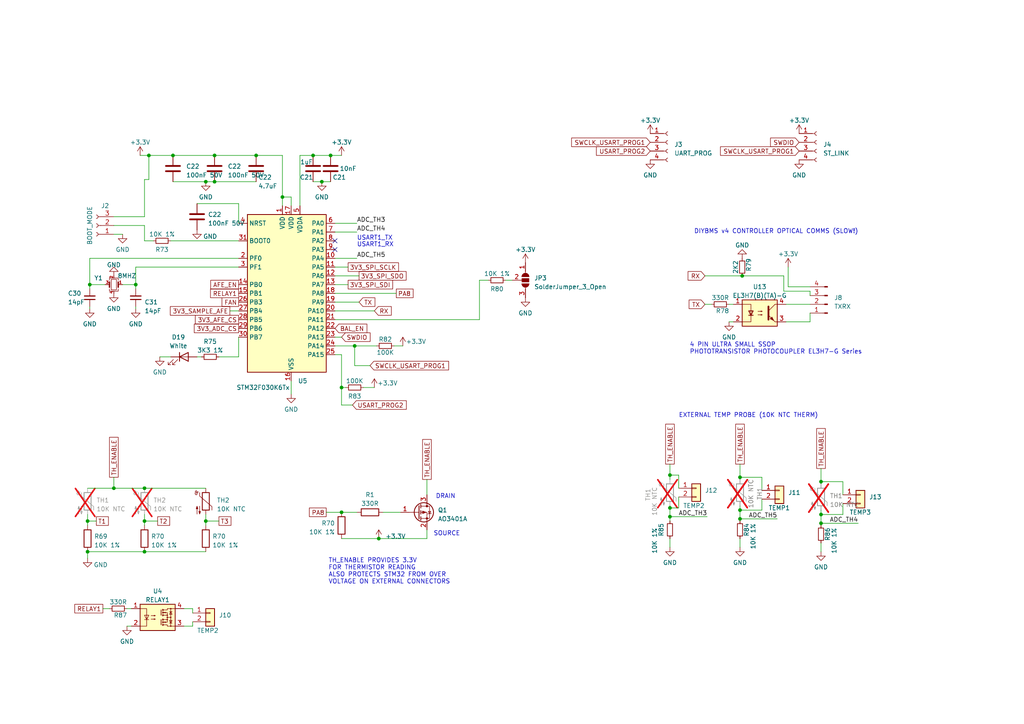
<source format=kicad_sch>
(kicad_sch (version 20230121) (generator eeschema)
  (paper "A4")
  (lib_symbols
    (symbol "Connector:Conn_01x03_Socket" (pin_names (offset 1.016) hide)
      (property "Reference" "J" (at 0 5.08 0))
      (property "Value" "Conn_01x03_Socket" (at 0 -5.08 0))
      (symbol "Conn_01x03_Socket_1_1"
        (pin passive line (at -5.08 2.54 0) (length 3.81) (name "Pin_1") (number "1"))
        (pin passive line (at -5.08 0 0) (length 3.81) (name "Pin_2") (number "2"))
        (pin passive line (at -5.08 -2.54 0) (length 3.81) (name "Pin_3") (number "3"))
      )
    )
    (symbol "Connector:Conn_01x04_Pin" (pin_names (offset 1.016) hide)
      (property "Reference" "J" (at 0 5.08 0))
      (property "Value" "Conn_01x04_Pin" (at 0 -7.62 0))
      (symbol "Conn_01x04_Pin_1_1"
        (pin passive line (at 5.08 2.54 180) (length 3.81) (name "Pin_1") (number "1"))
        (pin passive line (at 5.08 0 180) (length 3.81) (name "Pin_2") (number "2"))
        (pin passive line (at 5.08 -2.54 180) (length 3.81) (name "Pin_3") (number "3"))
        (pin passive line (at 5.08 -5.08 180) (length 3.81) (name "Pin_4") (number "4"))
      )
    )
    (symbol "Connector:Conn_01x04_Socket" (pin_names (offset 1.016) hide)
      (property "Reference" "J" (at 0 5.08 0))
      (property "Value" "Conn_01x04_Socket" (at 0 -7.62 0))
      (symbol "Conn_01x04_Socket_1_1"
        (pin passive line (at -5.08 2.54 0) (length 3.81) (name "Pin_1") (number "1"))
        (pin passive line (at -5.08 0 0) (length 3.81) (name "Pin_2") (number "2"))
        (pin passive line (at -5.08 -2.54 0) (length 3.81) (name "Pin_3") (number "3"))
        (pin passive line (at -5.08 -5.08 0) (length 3.81) (name "Pin_4") (number "4"))
      )
    )
    (symbol "Connector_Generic:Conn_01x02" (pin_names (offset 1.016) hide)
      (property "Reference" "J" (at 0 2.54 0))
      (property "Value" "Conn_01x02" (at 0 -5.08 0))
      (symbol "Conn_01x02_1_1"
        (pin passive line (at -5.08 0 0) (length 3.81) (name "Pin_1") (number "1"))
        (pin passive line (at -5.08 -2.54 0) (length 3.81) (name "Pin_2") (number "2"))
      )
    )
    (symbol "Device:C" (pin_numbers hide) (pin_names (offset 0.254))
      (property "Reference" "C" (at 0.635 2.54 0))
      (property "Value" "C" (at 0.635 -2.54 0))
      (symbol "C_1_1"
        (pin passive line (at 0 3.81 270) (length 2.794) (name "~") (number "1"))
        (pin passive line (at 0 -3.81 90) (length 2.794) (name "~") (number "2"))
      )
    )
    (symbol "Device:C_Small" (pin_numbers hide) (pin_names (offset 0.254) hide)
      (property "Reference" "C" (at 0.254 1.778 0))
      (property "Value" "C_Small" (at 0.254 -2.032 0))
      (symbol "C_Small_1_1"
        (pin passive line (at 0 2.54 270) (length 2.032) (name "~") (number "1"))
        (pin passive line (at 0 -2.54 90) (length 2.032) (name "~") (number "2"))
      )
    )
    (symbol "Device:Crystal_GND24_Small" (pin_names (offset 1.016) hide)
      (property "Reference" "Y" (at 1.27 4.445 0))
      (property "Value" "Crystal_GND24_Small" (at 1.27 2.54 0))
      (symbol "Crystal_GND24_Small_1_1"
        (pin passive line (at -2.54 0 0) (length 1.27) (name "1") (number "1"))
        (pin passive line (at 0 -2.54 90) (length 0.635) (name "2") (number "2"))
        (pin passive line (at 2.54 0 180) (length 1.27) (name "3") (number "3"))
        (pin passive line (at 0 2.54 270) (length 0.635) (name "4") (number "4"))
      )
    )
    (symbol "Device:LED" (pin_numbers hide) (pin_names (offset 1.016) hide)
      (property "Reference" "D" (at 0 2.54 0))
      (property "Value" "LED" (at 0 -2.54 0))
      (symbol "LED_1_1"
        (pin passive line (at -3.81 0 0) (length 2.54) (name "K") (number "1"))
        (pin passive line (at 3.81 0 180) (length 2.54) (name "A") (number "2"))
      )
    )
    (symbol "Device:R" (pin_numbers hide) (pin_names (offset 0))
      (property "Reference" "R" (at 2.032 0 90))
      (property "Value" "R" (at 0 0 90))
      (symbol "R_1_1"
        (pin passive line (at 0 3.81 270) (length 1.27) (name "~") (number "1"))
        (pin passive line (at 0 -3.81 90) (length 1.27) (name "~") (number "2"))
      )
    )
    (symbol "Device:R_Small" (pin_numbers hide) (pin_names (offset 0.254) hide)
      (property "Reference" "R" (at 0.762 0.508 0))
      (property "Value" "R_Small" (at 0.762 -1.016 0))
      (symbol "R_Small_1_1"
        (pin passive line (at 0 2.54 270) (length 0.762) (name "~") (number "1"))
        (pin passive line (at 0 -2.54 90) (length 0.762) (name "~") (number "2"))
      )
    )
    (symbol "Device:Thermistor_NTC" (pin_numbers hide) (pin_names (offset 0))
      (property "Reference" "TH" (at -4.445 0 90))
      (property "Value" "Thermistor_NTC" (at 3.175 0 90))
      (symbol "Thermistor_NTC_1_1"
        (pin passive line (at 0 3.81 270) (length 1.27) (name "~") (number "1"))
        (pin passive line (at 0 -3.81 90) (length 1.27) (name "~") (number "2"))
      )
    )
    (symbol "Isolator:PC817" (pin_names (offset 1.016))
      (property "Reference" "U" (at -5.08 5.08 0))
      (property "Value" "PC817" (at 0 5.08 0))
      (symbol "PC817_1_1"
        (pin passive line (at -7.62 2.54 0) (length 2.54) (name "~") (number "1"))
        (pin passive line (at -7.62 -2.54 0) (length 2.54) (name "~") (number "2"))
        (pin passive line (at 7.62 -2.54 180) (length 2.54) (name "~") (number "3"))
        (pin passive line (at 7.62 2.54 180) (length 2.54) (name "~") (number "4"))
      )
    )
    (symbol "Jumper:SolderJumper_3_Open" (pin_names (offset 0) hide)
      (property "Reference" "JP" (at -2.54 -2.54 0))
      (property "Value" "SolderJumper_3_Open" (at 0 2.794 0))
      (symbol "SolderJumper_3_Open_1_1"
        (pin passive line (at -5.08 0 0) (length 2.54) (name "A") (number "1"))
        (pin passive line (at 0 -3.81 90) (length 2.54) (name "C") (number "2"))
        (pin passive line (at 5.08 0 180) (length 2.54) (name "B") (number "3"))
      )
    )
    (symbol "MCU_ST_STM32F0:STM32F030K6Tx"
      (property "Reference" "U" (at -10.16 24.13 0))
      (property "Value" "STM32F030K6Tx" (at 7.62 24.13 0))
      (symbol "STM32F030K6Tx_1_1"
        (pin power_in line (at 0 25.4 270) (length 2.54) (name "VDD") (number "1"))
        (pin bidirectional line (at 15.24 10.16 180) (length 2.54) (name "PA4") (number "10"))
        (pin bidirectional line (at 15.24 7.62 180) (length 2.54) (name "PA5") (number "11"))
        (pin bidirectional line (at 15.24 5.08 180) (length 2.54) (name "PA6") (number "12"))
        (pin bidirectional line (at 15.24 2.54 180) (length 2.54) (name "PA7") (number "13"))
        (pin bidirectional line (at -12.7 2.54 0) (length 2.54) (name "PB0") (number "14"))
        (pin bidirectional line (at -12.7 0 0) (length 2.54) (name "PB1") (number "15"))
        (pin power_in line (at 2.54 -25.4 90) (length 2.54) (name "VSS") (number "16"))
        (pin power_in line (at 2.54 25.4 270) (length 2.54) (name "VDD") (number "17"))
        (pin bidirectional line (at 15.24 0 180) (length 2.54) (name "PA8") (number "18"))
        (pin bidirectional line (at 15.24 -2.54 180) (length 2.54) (name "PA9") (number "19"))
        (pin bidirectional line (at -12.7 10.16 0) (length 2.54) (name "PF0") (number "2"))
        (pin bidirectional line (at 15.24 -5.08 180) (length 2.54) (name "PA10") (number "20"))
        (pin bidirectional line (at 15.24 -7.62 180) (length 2.54) (name "PA11") (number "21"))
        (pin bidirectional line (at 15.24 -10.16 180) (length 2.54) (name "PA12") (number "22"))
        (pin bidirectional line (at 15.24 -12.7 180) (length 2.54) (name "PA13") (number "23"))
        (pin bidirectional line (at 15.24 -15.24 180) (length 2.54) (name "PA14") (number "24"))
        (pin bidirectional line (at 15.24 -17.78 180) (length 2.54) (name "PA15") (number "25"))
        (pin bidirectional line (at -12.7 -2.54 0) (length 2.54) (name "PB3") (number "26"))
        (pin bidirectional line (at -12.7 -5.08 0) (length 2.54) (name "PB4") (number "27"))
        (pin bidirectional line (at -12.7 -7.62 0) (length 2.54) (name "PB5") (number "28"))
        (pin bidirectional line (at -12.7 -10.16 0) (length 2.54) (name "PB6") (number "29"))
        (pin bidirectional line (at -12.7 7.62 0) (length 2.54) (name "PF1") (number "3"))
        (pin bidirectional line (at -12.7 -12.7 0) (length 2.54) (name "PB7") (number "30"))
        (pin input line (at -12.7 15.24 0) (length 2.54) (name "BOOT0") (number "31"))
        (pin passive line (at 2.54 -25.4 90) (length 2.54) hide (name "VSS") (number "32"))
        (pin input line (at -12.7 20.32 0) (length 2.54) (name "NRST") (number "4"))
        (pin power_in line (at 5.08 25.4 270) (length 2.54) (name "VDDA") (number "5"))
        (pin bidirectional line (at 15.24 20.32 180) (length 2.54) (name "PA0") (number "6"))
        (pin bidirectional line (at 15.24 17.78 180) (length 2.54) (name "PA1") (number "7"))
        (pin bidirectional line (at 15.24 15.24 180) (length 2.54) (name "PA2") (number "8"))
        (pin bidirectional line (at 15.24 12.7 180) (length 2.54) (name "PA3") (number "9"))
      )
    )
    (symbol "Relay_SolidState:ASSR-1218"
      (property "Reference" "U" (at -5.08 5.08 0))
      (property "Value" "ASSR-1218" (at 0 5.08 0))
      (symbol "ASSR-1218_1_1"
        (pin passive line (at -7.62 2.54 0) (length 2.54) (name "~") (number "1"))
        (pin passive line (at -7.62 -2.54 0) (length 2.54) (name "~") (number "2"))
        (pin passive line (at 7.62 -2.54 180) (length 2.54) (name "~") (number "3"))
        (pin passive line (at 7.62 2.54 180) (length 2.54) (name "~") (number "4"))
      )
    )
    (symbol "Transistor_FET:AO3401A" (pin_names hide)
      (property "Reference" "Q" (at 5.08 1.905 0))
      (property "Value" "AO3401A" (at 5.08 0 0))
      (symbol "AO3401A_1_1"
        (pin input line (at -5.08 0 0) (length 2.54) (name "G") (number "1"))
        (pin passive line (at 2.54 -5.08 90) (length 2.54) (name "S") (number "2"))
        (pin passive line (at 2.54 5.08 270) (length 2.54) (name "D") (number "3"))
      )
    )
    (symbol "power:+3.3V" (power) (pin_names (offset 0))
      (property "Value" "+3.3V" (at 0 3.556 0))
      (symbol "+3.3V_1_1"
        (pin power_in line (at 0 0 90) (length 0) hide (name "+3.3V") (number "1"))
      )
    )
    (symbol "power:GND" (power) (pin_names (offset 0))
      (property "Value" "GND" (at 0 -3.81 0))
      (symbol "GND_1_1"
        (pin power_in line (at 0 0 270) (length 0) hide (name "GND") (number "1"))
      )
    )
  )
  (junction (at 41.91 141.605))
  (junction (at 25.4 151.13))
  (junction (at 214.63 138.43))
  (junction (at 43.18 45.085))
  (junction (at 39.37 82.55))
  (junction (at 238.125 149.225))
  (junction (at 25.4 160.02))
  (junction (at 26.035 82.55))
  (junction (at 214.63 147.955))
  (junction (at 33.02 141.605))
  (junction (at 74.295 45.085))
  (junction (at 62.23 45.085))
  (junction (at 95.885 45.085))
  (junction (at 99.06 148.59))
  (junction (at 41.91 151.13))
  (junction (at 99.06 112.395))
  (junction (at 194.31 149.86))
  (junction (at 41.91 160.02))
  (junction (at 214.63 150.495))
  (junction (at 109.855 156.21))
  (junction (at 93.345 52.705))
  (junction (at 194.31 137.795))
  (junction (at 90.805 45.085))
  (junction (at 62.23 52.705))
  (junction (at 194.31 147.32))
  (junction (at 50.165 45.085))
  (junction (at 215.265 80.01))
  (junction (at 238.125 151.765))
  (junction (at 81.915 57.15))
  (junction (at 238.125 139.7))
  (junction (at 59.69 151.13))
  (junction (at 59.69 52.705))
  (junction (at 102.87 100.33))
  (no_connect (at 97.155 72.39))
  (no_connect (at 97.155 69.85))
  (wire (pts (xy 93.345 52.705) (xy 95.885 52.705)))
  (wire (pts (xy 220.98 138.43) (xy 214.63 138.43)))
  (wire (pts (xy 146.685 81.28) (xy 148.59 81.28)))
  (wire (pts (xy 244.475 149.225) (xy 238.125 149.225)))
  (wire (pts (xy 41.91 69.85) (xy 44.45 69.85)))
  (wire (pts (xy 103.505 74.93) (xy 97.155 74.93)))
  (wire (pts (xy 238.125 149.225) (xy 238.125 151.765)))
  (wire (pts (xy 227.33 80.01) (xy 227.33 84.455)))
  (wire (pts (xy 36.83 176.53) (xy 38.1 176.53)))
  (wire (pts (xy 90.805 52.705) (xy 93.345 52.705)))
  (wire (pts (xy 25.4 141.605) (xy 33.02 141.605)))
  (wire (pts (xy 49.53 69.85) (xy 69.215 69.85)))
  (wire (pts (xy 41.91 151.13) (xy 45.72 151.13)))
  (wire (pts (xy 41.91 160.02) (xy 59.69 160.02)))
  (wire (pts (xy 84.455 57.15) (xy 81.915 57.15)))
  (wire (pts (xy 41.91 65.405) (xy 33.02 65.405)))
  (wire (pts (xy 103.505 67.31) (xy 97.155 67.31)))
  (wire (pts (xy 39.37 82.55) (xy 39.37 83.82)))
  (wire (pts (xy 26.035 82.55) (xy 30.48 82.55)))
  (wire (pts (xy 59.69 149.225) (xy 59.69 151.13)))
  (wire (pts (xy 46.355 103.505) (xy 49.53 103.505)))
  (wire (pts (xy 123.825 153.67) (xy 123.825 156.21)))
  (wire (pts (xy 205.105 149.86) (xy 194.31 149.86)))
  (wire (pts (xy 234.95 93.345) (xy 227.965 93.345)))
  (wire (pts (xy 62.23 52.705) (xy 74.295 52.705)))
  (wire (pts (xy 238.125 151.765) (xy 248.92 151.765)))
  (wire (pts (xy 39.37 77.47) (xy 39.37 82.55)))
  (wire (pts (xy 214.63 146.685) (xy 214.63 147.955)))
  (wire (pts (xy 97.155 87.63) (xy 104.14 87.63)))
  (wire (pts (xy 86.995 45.085) (xy 86.995 59.69)))
  (wire (pts (xy 238.125 135.89) (xy 238.125 139.7)))
  (wire (pts (xy 62.23 45.085) (xy 74.295 45.085)))
  (wire (pts (xy 194.31 147.32) (xy 194.31 149.86)))
  (wire (pts (xy 220.98 144.78) (xy 220.98 147.955)))
  (wire (pts (xy 139.065 92.71) (xy 139.065 81.28)))
  (wire (pts (xy 53.34 181.61) (xy 55.88 181.61)))
  (wire (pts (xy 194.31 149.86) (xy 194.31 151.13)))
  (wire (pts (xy 108.585 90.17) (xy 97.155 90.17)))
  (wire (pts (xy 99.06 102.87) (xy 97.155 102.87)))
  (wire (pts (xy 99.06 102.87) (xy 99.06 112.395)))
  (wire (pts (xy 238.125 151.765) (xy 238.125 152.4)))
  (wire (pts (xy 55.88 181.61) (xy 55.88 180.34)))
  (wire (pts (xy 100.33 112.395) (xy 99.06 112.395)))
  (wire (pts (xy 194.31 146.685) (xy 194.31 147.32)))
  (wire (pts (xy 50.165 45.085) (xy 62.23 45.085)))
  (wire (pts (xy 99.06 97.79) (xy 97.155 97.79)))
  (wire (pts (xy 111.125 148.59) (xy 116.205 148.59)))
  (wire (pts (xy 196.85 144.145) (xy 196.85 147.32)))
  (wire (pts (xy 97.155 92.71) (xy 139.065 92.71)))
  (wire (pts (xy 33.02 138.43) (xy 33.02 141.605)))
  (wire (pts (xy 59.69 151.13) (xy 59.69 152.4)))
  (wire (pts (xy 81.915 57.15) (xy 81.915 59.69)))
  (wire (pts (xy 220.98 147.955) (xy 214.63 147.955)))
  (wire (pts (xy 69.215 103.505) (xy 69.215 97.79)))
  (wire (pts (xy 25.4 160.02) (xy 41.91 160.02)))
  (wire (pts (xy 204.47 88.265) (xy 206.375 88.265)))
  (wire (pts (xy 238.125 140.335) (xy 238.125 139.7)))
  (wire (pts (xy 99.06 117.475) (xy 99.06 112.395)))
  (wire (pts (xy 84.455 110.49) (xy 84.455 114.3)))
  (wire (pts (xy 59.69 151.13) (xy 63.5 151.13)))
  (wire (pts (xy 204.47 80.01) (xy 215.265 80.01)))
  (wire (pts (xy 194.31 139.065) (xy 194.31 137.795)))
  (wire (pts (xy 228.6 83.185) (xy 228.6 77.47)))
  (wire (pts (xy 26.035 74.93) (xy 26.035 82.55)))
  (wire (pts (xy 41.91 69.85) (xy 41.91 65.405)))
  (wire (pts (xy 55.88 176.53) (xy 55.88 177.8)))
  (wire (pts (xy 81.915 45.085) (xy 81.915 57.15)))
  (wire (pts (xy 39.37 88.9) (xy 39.37 89.535)))
  (wire (pts (xy 102.87 106.045) (xy 102.87 100.33)))
  (wire (pts (xy 194.31 137.795) (xy 196.85 137.795)))
  (wire (pts (xy 36.83 181.61) (xy 38.1 181.61)))
  (wire (pts (xy 227.33 80.01) (xy 215.265 80.01)))
  (wire (pts (xy 220.98 142.24) (xy 220.98 138.43)))
  (wire (pts (xy 57.15 59.055) (xy 69.215 59.055)))
  (wire (pts (xy 234.95 84.455) (xy 234.95 85.725)))
  (wire (pts (xy 211.455 93.345) (xy 212.725 93.345)))
  (wire (pts (xy 214.63 150.495) (xy 225.425 150.495)))
  (wire (pts (xy 244.475 139.7) (xy 238.125 139.7)))
  (wire (pts (xy 25.4 160.02) (xy 25.4 161.925)))
  (wire (pts (xy 95.885 45.085) (xy 99.06 45.085)))
  (wire (pts (xy 69.215 59.055) (xy 69.215 64.77)))
  (wire (pts (xy 244.475 143.51) (xy 244.475 139.7)))
  (wire (pts (xy 41.91 149.225) (xy 41.91 151.13)))
  (wire (pts (xy 114.3 100.33) (xy 116.84 100.33)))
  (wire (pts (xy 40.64 45.085) (xy 43.18 45.085)))
  (wire (pts (xy 33.02 67.945) (xy 35.56 67.945)))
  (wire (pts (xy 99.06 148.59) (xy 103.505 148.59)))
  (wire (pts (xy 57.15 103.505) (xy 58.42 103.505)))
  (wire (pts (xy 53.34 176.53) (xy 55.88 176.53)))
  (wire (pts (xy 41.91 52.07) (xy 43.18 52.07)))
  (wire (pts (xy 227.965 88.265) (xy 234.95 88.265)))
  (wire (pts (xy 196.85 137.795) (xy 196.85 141.605)))
  (wire (pts (xy 238.125 147.955) (xy 238.125 149.225)))
  (wire (pts (xy 26.035 83.82) (xy 26.035 82.55)))
  (wire (pts (xy 105.41 112.395) (xy 108.585 112.395)))
  (wire (pts (xy 35.56 82.55) (xy 39.37 82.55)))
  (wire (pts (xy 102.235 117.475) (xy 99.06 117.475)))
  (wire (pts (xy 123.825 139.065) (xy 123.825 143.51)))
  (wire (pts (xy 214.63 158.75) (xy 214.63 156.21)))
  (wire (pts (xy 43.18 52.07) (xy 43.18 45.085)))
  (wire (pts (xy 84.455 59.69) (xy 84.455 57.15)))
  (wire (pts (xy 102.87 100.33) (xy 97.155 100.33)))
  (wire (pts (xy 196.85 147.32) (xy 194.31 147.32)))
  (wire (pts (xy 214.63 134.62) (xy 214.63 138.43)))
  (wire (pts (xy 109.22 100.33) (xy 102.87 100.33)))
  (wire (pts (xy 211.455 88.265) (xy 212.725 88.265)))
  (wire (pts (xy 104.14 80.01) (xy 97.155 80.01)))
  (wire (pts (xy 214.63 147.955) (xy 214.63 150.495)))
  (wire (pts (xy 100.965 82.55) (xy 97.155 82.55)))
  (wire (pts (xy 94.615 148.59) (xy 99.06 148.59)))
  (wire (pts (xy 90.805 45.085) (xy 95.885 45.085)))
  (wire (pts (xy 39.37 77.47) (xy 69.215 77.47)))
  (wire (pts (xy 81.915 45.085) (xy 74.295 45.085)))
  (wire (pts (xy 100.965 77.47) (xy 97.155 77.47)))
  (wire (pts (xy 41.91 151.13) (xy 41.91 152.4)))
  (wire (pts (xy 238.125 160.02) (xy 238.125 157.48)))
  (wire (pts (xy 234.95 83.185) (xy 228.6 83.185)))
  (wire (pts (xy 33.02 141.605) (xy 41.91 141.605)))
  (wire (pts (xy 26.035 88.9) (xy 26.035 89.535)))
  (wire (pts (xy 33.02 62.865) (xy 41.91 62.865)))
  (wire (pts (xy 227.33 84.455) (xy 234.95 84.455)))
  (wire (pts (xy 59.69 52.705) (xy 62.23 52.705)))
  (wire (pts (xy 26.035 74.93) (xy 69.215 74.93)))
  (wire (pts (xy 50.165 52.705) (xy 59.69 52.705)))
  (wire (pts (xy 234.95 90.805) (xy 234.95 93.345)))
  (wire (pts (xy 107.315 106.045) (xy 102.87 106.045)))
  (wire (pts (xy 139.065 81.28) (xy 141.605 81.28)))
  (wire (pts (xy 63.5 103.505) (xy 69.215 103.505)))
  (wire (pts (xy 43.18 45.085) (xy 50.165 45.085)))
  (wire (pts (xy 194.31 137.795) (xy 194.31 134.62)))
  (wire (pts (xy 214.63 150.495) (xy 214.63 151.13)))
  (wire (pts (xy 25.4 149.225) (xy 25.4 151.13)))
  (wire (pts (xy 103.505 64.77) (xy 97.155 64.77)))
  (wire (pts (xy 41.91 62.865) (xy 41.91 52.07)))
  (wire (pts (xy 86.995 45.085) (xy 90.805 45.085)))
  (wire (pts (xy 194.31 158.75) (xy 194.31 156.21)))
  (wire (pts (xy 244.475 146.05) (xy 244.475 149.225)))
  (wire (pts (xy 25.4 151.13) (xy 27.94 151.13)))
  (wire (pts (xy 29.845 176.53) (xy 31.75 176.53)))
  (wire (pts (xy 41.91 141.605) (xy 59.69 141.605)))
  (wire (pts (xy 97.155 85.09) (xy 114.935 85.09)))
  (wire (pts (xy 99.06 156.21) (xy 109.855 156.21)))
  (wire (pts (xy 214.63 139.065) (xy 214.63 138.43)))
  (wire (pts (xy 109.855 156.21) (xy 123.825 156.21)))
  (wire (pts (xy 66.675 90.17) (xy 69.215 90.17)))
  (wire (pts (xy 25.4 151.13) (xy 25.4 152.4)))
  (text "4 PIN ULTRA SMALL SSOP\nPHOTOTRANSISTOR PHOTOCOUPLER EL3H7-G Series\n" (at 200.025 102.87 0) (effects (font (size 1.27 1.27)) (justify left bottom)))
  (text "SOURCE" (at 125.73 155.575 0) (effects (font (size 1.27 1.27)) (justify left bottom)))
  (text "USART1_RX" (at 103.505 71.755 0) (effects (font (size 1.27 1.27)) (justify left bottom)))
  (text "DIYBMS v4 CONTROLLER OPTICAL COMMS (SLOW!)" (at 201.295 67.945 0) (effects (font (size 1.27 1.27)) (justify left bottom)))
  (text "TH_ENABLE PROVIDES 3.3V\nFOR THERMISTOR READING\nALSO PROTECTS STM32 FROM OVER \nVOLTAGE ON EXTERNAL CONNECTORS" (at 95.25 169.545 0) (effects (font (size 1.27 1.27)) (justify left bottom)))
  (text "DRAIN" (at 126.365 144.78 0) (effects (font (size 1.27 1.27)) (justify left bottom)))
  (text "EXTERNAL TEMP PROBE (10K NTC THERM)" (at 196.85 121.285 0) (effects (font (size 1.27 1.27)) (justify left bottom)))
  (text "USART1_TX" (at 103.505 69.85 0) (effects (font (size 1.27 1.27)) (justify left bottom)))
  (label "ADC_TH3" (at 103.505 64.77 0) (property "Intersheetrefs" "${INTERSHEET_REFS}" (effects hide)))
  (label "ADC_TH5" (at 225.425 150.495 180) (property "Intersheetrefs" "${INTERSHEET_REFS}" (effects hide)))
  (label "ADC_TH5" (at 103.505 74.93 0) (property "Intersheetrefs" "${INTERSHEET_REFS}" (effects hide)))
  (label "ADC_TH4" (at 248.92 151.765 180) (property "Intersheetrefs" "${INTERSHEET_REFS}" (effects hide)))
  (label "ADC_TH3" (at 205.105 149.86 180) (property "Intersheetrefs" "${INTERSHEET_REFS}" (effects hide)))
  (label "ADC_TH4" (at 103.505 67.31 0) (property "Intersheetrefs" "${INTERSHEET_REFS}" (effects hide)))
  (global_label "FAN" (shape passive) (at 69.215 87.63 180) (property "Intersheetrefs" "${INTERSHEET_REFS}" (effects hide)))
  (global_label "USART_PROG2" (shape input) (at 188.595 43.815 180) (property "Intersheetrefs" "${INTERSHEET_REFS}" (effects hide)))
  (global_label "SWDIO" (shape input) (at 99.06 97.79 0) (property "Intersheetrefs" "${INTERSHEET_REFS}" (effects hide)))
  (global_label "TH_ENABLE" (shape passive) (at 238.125 135.89 90) (property "Intersheetrefs" "${INTERSHEET_REFS}" (effects hide)))
  (global_label "SWCLK_USART_PROG1" (shape input) (at 107.315 106.045 0) (property "Intersheetrefs" "${INTERSHEET_REFS}" (effects hide)))
  (global_label "PA8" (shape passive) (at 94.615 148.59 180) (property "Intersheetrefs" "${INTERSHEET_REFS}" (effects hide)))
  (global_label "BAL_EN" (shape input) (at 97.155 95.25 0) (property "Intersheetrefs" "${INTERSHEET_REFS}" (effects hide)))
  (global_label "SWCLK_USART_PROG1" (shape input) (at 231.775 43.815 180) (property "Intersheetrefs" "${INTERSHEET_REFS}" (effects hide)))
  (global_label "AFE_EN" (shape passive) (at 69.215 82.55 180) (property "Intersheetrefs" "${INTERSHEET_REFS}" (effects hide)))
  (global_label "T1" (shape passive) (at 27.94 151.13 0) (property "Intersheetrefs" "${INTERSHEET_REFS}" (effects hide)))
  (global_label "PA8" (shape passive) (at 114.935 85.09 0) (property "Intersheetrefs" "${INTERSHEET_REFS}" (effects hide)))
  (global_label "3V3_SPI_SCLK" (shape passive) (at 100.965 77.47 0) (property "Intersheetrefs" "${INTERSHEET_REFS}" (effects hide)))
  (global_label "TH_ENABLE" (shape passive) (at 194.31 134.62 90) (property "Intersheetrefs" "${INTERSHEET_REFS}" (effects hide)))
  (global_label "RELAY1" (shape passive) (at 29.845 176.53 180) (property "Intersheetrefs" "${INTERSHEET_REFS}" (effects hide)))
  (global_label "TH_ENABLE" (shape passive) (at 33.02 138.43 90) (property "Intersheetrefs" "${INTERSHEET_REFS}" (effects hide)))
  (global_label "3V3_SAMPLE_AFE" (shape passive) (at 66.675 90.17 180) (property "Intersheetrefs" "${INTERSHEET_REFS}" (effects hide)))
  (global_label "T3" (shape passive) (at 63.5 151.13 0) (property "Intersheetrefs" "${INTERSHEET_REFS}" (effects hide)))
  (global_label "RX" (shape input) (at 108.585 90.17 0) (property "Intersheetrefs" "${INTERSHEET_REFS}" (effects hide)))
  (global_label "USART_PROG2" (shape input) (at 102.235 117.475 0) (property "Intersheetrefs" "${INTERSHEET_REFS}" (effects hide)))
  (global_label "TH_ENABLE" (shape passive) (at 123.825 139.065 90) (property "Intersheetrefs" "${INTERSHEET_REFS}" (effects hide)))
  (global_label "3V3_ADC_CS" (shape passive) (at 69.215 95.25 180) (property "Intersheetrefs" "${INTERSHEET_REFS}" (effects hide)))
  (global_label "SWDIO" (shape input) (at 231.775 41.275 180) (property "Intersheetrefs" "${INTERSHEET_REFS}" (effects hide)))
  (global_label "TH_ENABLE" (shape passive) (at 214.63 134.62 90) (property "Intersheetrefs" "${INTERSHEET_REFS}" (effects hide)))
  (global_label "TX" (shape input) (at 204.47 88.265 180) (property "Intersheetrefs" "${INTERSHEET_REFS}" (effects hide)))
  (global_label "TX" (shape input) (at 104.14 87.63 0) (property "Intersheetrefs" "${INTERSHEET_REFS}" (effects hide)))
  (global_label "RELAY1" (shape passive) (at 69.215 85.09 180) (property "Intersheetrefs" "${INTERSHEET_REFS}" (effects hide)))
  (global_label "SWCLK_USART_PROG1" (shape input) (at 188.595 41.275 180) (property "Intersheetrefs" "${INTERSHEET_REFS}" (effects hide)))
  (global_label "T2" (shape passive) (at 45.72 151.13 0) (property "Intersheetrefs" "${INTERSHEET_REFS}" (effects hide)))
  (global_label "RX" (shape input) (at 204.47 80.01 180) (property "Intersheetrefs" "${INTERSHEET_REFS}" (effects hide)))
  (global_label "3V3_SPI_SDO" (shape passive) (at 104.14 80.01 0) (property "Intersheetrefs" "${INTERSHEET_REFS}" (effects hide)))
  (global_label "3V3_AFE_CS" (shape passive) (at 69.215 92.71 180) (property "Intersheetrefs" "${INTERSHEET_REFS}" (effects hide)))
  (global_label "3V3_SPI_SDI" (shape passive) (at 100.965 82.55 0) (property "Intersheetrefs" "${INTERSHEET_REFS}" (effects hide)))
  (symbol (lib_id "power:GND") (at 215.265 74.93 180) (unit 1)
    (property "Reference" "#PWR022" (effects hide))
    (property "Value" "GND" (at 215.265 71.12 0))
  )
  (symbol (lib_id "Relay_SolidState:ASSR-1218") (at 45.72 179.07 0) (unit 1)
    (property "Reference" "U4" (at 45.72 171.45 0))
    (property "Value" "RELAY1" (at 45.72 173.99 0))
    (property "Footprint" "Package_SO:SO-4_4.4x4.3mm_P2.54mm" (effects hide))
    (property "LCSCStockCode" "C2691601" (effects hide))
    (property "PartNumber" "LT219-1" (effects hide))
  )
  (symbol (lib_id "Device:Thermistor_NTC") (at 194.31 142.875 0) (unit 1) (in_bom no) (on_board no) (dnp yes)
    (property "Reference" "TH1" (at 187.96 143.51 90))
    (property "Value" "10K NTC" (at 189.865 145.415 90))
    (property "Footprint" "Resistor_SMD:R_0805_2012Metric" (effects hide))
    (property "Datasheet" "https://datasheet.lcsc.com/szlcsc/Guangdong-Fenghua-Advanced-Tech-CMFB103F3950FANT_C51597.pdf" (effects hide))
    (property "PartNumber" "CMFB103F3950FANT" (effects hide))
    (property "LCSCStockCode" "C51597" (effects hide))
    (instances (project "Module_16S" (path "" (reference "TH1") (unit 1)) (path "" (reference "TH3") (unit 1))))
  )
  (symbol (lib_id "Device:C") (at 50.165 48.895 180) (unit 1)
    (property "Reference" "C22" (at 53.975 48.26 0) (effects (justify right)))
    (property "Value" "100nF 50V" (at 53.975 50.8 0) (effects (justify right)))
    (property "Footprint" "Capacitor_SMD:C_0603_1608Metric" (effects hide))
    (property "PartNumber" "CC0603KRX7R9BB104" (effects hide))
    (property "LCSCStockCode" "C14663" (effects hide))
    (instances (project "Module_16S" (path "" (reference "C22") (unit 1)) (path "" (reference "C28") (unit 1))))
  )
  (symbol (lib_id "power:GND") (at 93.345 52.705 0) (unit 1)
    (property "Reference" "#PWR032" (effects hide))
    (property "Value" "GND" (at 93.345 57.15 0))
  )
  (symbol (lib_id "Device:C_Small") (at 26.035 86.36 180) (unit 1)
    (property "Reference" "C30" (at 19.685 85.09 0) (effects (justify right)))
    (property "Value" "14pF" (at 19.685 87.63 0) (effects (justify right)))
    (property "Footprint" "Capacitor_SMD:C_0402_1005Metric" (effects hide))
    (property "PartNumber" "0402N140J500CT" (effects hide))
    (property "LCSCStockCode" "C458857" (effects hide))
  )
  (symbol (lib_id "Device:R_Small") (at 144.145 81.28 90) (unit 1)
    (property "Reference" "R80" (at 144.145 83.82 90))
    (property "Value" "10K 1%" (at 144.145 79.375 90))
    (property "Footprint" "Resistor_SMD:R_0603_1608Metric" (effects hide))
    (property "PartNumber" "0603WAF1002T5E" (effects hide))
    (property "LCSCStockCode" "C25804" (effects hide))
  )
  (symbol (lib_id "power:GND") (at 46.355 103.505 0) (unit 1)
    (property "Reference" "#PWR057" (effects hide))
    (property "Value" "GND" (at 46.355 107.95 0))
  )
  (symbol (lib_id "Device:R") (at 41.91 156.21 180) (unit 1)
    (property "Reference" "R70" (at 43.815 155.575 0) (effects (justify right)))
    (property "Value" "10K 1%" (at 43.815 158.115 0) (effects (justify right)))
    (property "Footprint" "Resistor_SMD:R_0603_1608Metric" (effects hide))
    (property "PartNumber" "0603WAF1002T5E" (effects hide))
    (property "LCSCStockCode" "C25804" (effects hide))
  )
  (symbol (lib_id "power:GND") (at 211.455 93.345 0) (unit 1)
    (property "Reference" "#PWR073" (effects hide))
    (property "Value" "GND" (at 211.455 97.79 0))
  )
  (symbol (lib_id "Connector:Conn_01x04_Pin") (at 240.03 88.265 180) (unit 1)
    (property "Reference" "J8" (at 241.935 86.36 0) (effects (justify right)))
    (property "Value" "TXRX" (at 241.935 88.9 0) (effects (justify right)))
    (property "Footprint" "Connector_Phoenix_MC:PhoenixContact_MC_1,5_4-G-3.81_1x04_P3.81mm_Horizontal" (effects hide))
    (property "PartNumber" "WJ15EDGRC-3.81-4P" (effects hide))
    (property "LCSCStockCode" "C7245" (effects hide))
  )
  (symbol (lib_id "power:+3.3V") (at 99.06 45.085 0) (unit 1)
    (property "Reference" "#PWR024" (effects hide))
    (property "Value" "+3.3V" (at 99.06 41.275 0))
    (instances (project "Module_16S" (path "" (reference "#PWR024") (unit 1)) (path "" (reference "#PWR033") (unit 1))))
  )
  (symbol (lib_id "Device:R_Small") (at 214.63 153.67 0) (unit 1)
    (property "Reference" "R84" (at 216.535 153.67 90))
    (property "Value" "10K 1%" (at 218.44 155.575 90))
    (property "Footprint" "Resistor_SMD:R_0603_1608Metric" (effects hide))
    (property "PartNumber" "0603WAF1002T5E" (effects hide))
    (property "LCSCStockCode" "C25804" (effects hide))
  )
  (symbol (lib_id "Device:Crystal_GND24_Small") (at 33.02 82.55 180) (unit 1)
    (property "Reference" "Y1" (at 28.575 80.645 0))
    (property "Value" "8MHZ" (at 36.83 80.01 0))
    (property "Footprint" "Crystal:Crystal_SMD_3225-4Pin_3.2x2.5mm" (effects hide))
    (property "PartNumber" "TAXM8M4RDBCCT2T" (effects hide))
    (property "LCSCStockCode" "C400090" (effects hide))
  )
  (symbol (lib_id "Device:R") (at 107.315 148.59 90) (unit 1)
    (property "Reference" "R1" (at 107.315 143.51 90))
    (property "Value" "330R" (at 107.315 146.05 90))
    (property "Footprint" "Resistor_SMD:R_0603_1608Metric" (effects hide))
    (property "PartNumber" "0603WAF3300T5E" (effects hide))
    (property "LCSCStockCode" "C23138" (effects hide))
    (instances (project "Module_16S" (path "" (reference "R1") (unit 1)) (path "" (reference "R21") (unit 1))))
  )
  (symbol (lib_id "Connector:Conn_01x04_Socket") (at 236.855 41.275 0) (unit 1)
    (property "Reference" "J4" (at 238.76 41.91 0) (effects (justify left)))
    (property "Value" "ST_LINK" (at 238.76 44.45 0) (effects (justify left)))
    (property "Footprint" "Connector_PinSocket_2.54mm:PinSocket_1x04_P2.54mm_Horizontal" (effects hide))
    (property "PartNumber" "PM254-1-04-W-8.5" (effects hide))
    (property "LCSCStockCode" "C2897386" (effects hide))
  )
  (symbol (lib_id "power:GND") (at 214.63 158.75 0) (unit 1)
    (property "Reference" "#PWR042" (effects hide))
    (property "Value" "GND" (at 214.63 163.195 0))
  )
  (symbol (lib_id "power:GND") (at 35.56 67.945 0) (unit 1)
    (property "Reference" "#PWR036" (effects hide))
    (property "Value" "GND" (at 35.56 72.39 0))
  )
  (symbol (lib_id "Device:C") (at 62.23 48.895 180) (unit 1)
    (property "Reference" "C22" (at 66.04 48.26 0) (effects (justify right)))
    (property "Value" "100nF 50V" (at 66.04 50.8 0) (effects (justify right)))
    (property "Footprint" "Capacitor_SMD:C_0603_1608Metric" (effects hide))
    (property "PartNumber" "CC0603KRX7R9BB104" (effects hide))
    (property "LCSCStockCode" "C14663" (effects hide))
    (instances (project "Module_16S" (path "" (reference "C22") (unit 1)) (path "" (reference "C32") (unit 1))))
  )
  (symbol (lib_id "Device:R_Small") (at 102.87 112.395 90) (unit 1)
    (property "Reference" "R83" (at 102.87 114.935 90))
    (property "Value" "100K" (at 102.87 110.49 90))
    (property "Footprint" "Resistor_SMD:R_0603_1608Metric" (effects hide))
    (property "PartNumber" "0603WAF1003T5E" (effects hide))
    (property "LCSCStockCode" "C25803" (effects hide))
  )
  (symbol (lib_id "power:GND") (at 238.125 160.02 0) (unit 1)
    (property "Reference" "#PWR044" (effects hide))
    (property "Value" "GND" (at 238.125 164.465 0))
  )
  (symbol (lib_id "Device:R_Small") (at 215.265 77.47 180) (unit 1)
    (property "Reference" "R79" (at 217.17 76.835 90))
    (property "Value" "2K2" (at 213.36 77.47 90))
    (property "Footprint" "Resistor_SMD:R_0603_1608Metric" (effects hide))
    (property "PartNumber" "0603WAF2201T5E" (effects hide))
    (property "LCSCStockCode" "C4190" (effects hide))
  )
  (symbol (lib_id "Device:C") (at 90.805 48.895 180) (unit 1)
    (property "Reference" "C21" (at 88.9 51.435 0))
    (property "Value" "1uF" (at 88.9 46.99 0))
    (property "Footprint" "Capacitor_SMD:C_0805_2012Metric" (effects hide))
    (property "PartNumber" "CL21B105KBFNNNE" (effects hide))
    (property "LCSCStockCode" "C28323" (effects hide))
    (instances (project "Module_16S" (path "" (reference "C21") (unit 1)) (path "" (reference "C29") (unit 1))))
  )
  (symbol (lib_id "Device:R_Small") (at 238.125 154.94 0) (unit 1)
    (property "Reference" "R86" (at 240.03 154.94 90))
    (property "Value" "10K 1%" (at 241.935 156.845 90))
    (property "Footprint" "Resistor_SMD:R_0603_1608Metric" (effects hide))
    (property "PartNumber" "0603WAF1002T5E" (effects hide))
    (property "LCSCStockCode" "C25804" (effects hide))
  )
  (symbol (lib_id "power:GND") (at 57.15 66.675 0) (unit 1)
    (property "Reference" "#PWR034" (effects hide))
    (property "Value" "GND" (at 60.96 68.58 0))
  )
  (symbol (lib_id "Device:C") (at 74.295 48.895 180) (unit 1)
    (property "Reference" "C22" (at 74.93 51.435 0) (effects (justify right)))
    (property "Value" "4.7uF" (at 74.93 53.975 0) (effects (justify right)))
    (property "Footprint" "Capacitor_SMD:C_0603_1608Metric" (effects hide))
    (property "PartNumber" "CL10A475KO8NNNC" (effects hide))
    (property "LCSCStockCode" "C19666" (effects hide))
    (instances (project "Module_16S" (path "" (reference "C22") (unit 1)) (path "" (reference "C33") (unit 1))))
  )
  (symbol (lib_id "Device:LED") (at 53.34 103.505 0) (unit 1)
    (property "Reference" "D19" (at 51.7525 97.79 0))
    (property "Value" "White" (at 51.7525 100.33 0))
    (property "Footprint" "LED_SMD:LED_0603_1608Metric" (effects hide))
    (property "LCSCStockCode" "C2290" (effects hide))
  )
  (symbol (lib_id "Connector:Conn_01x03_Socket") (at 27.94 65.405 180) (unit 1)
    (property "Reference" "J2" (at 30.48 59.69 0))
    (property "Value" "BOOT_MODE" (at 26.035 65.405 90))
    (property "Footprint" "Connector_PinHeader_2.54mm:PinHeader_1x03_P2.54mm_Vertical" (effects hide))
    (property "PartNumber" "DZ254R-11-03-63" (effects hide))
    (property "LCSCStockCode" "C2935909" (effects hide))
  )
  (symbol (lib_id "power:+3.3V") (at 116.84 100.33 0) (mirror y) (unit 1)
    (property "Reference" "#PWR024" (effects hide))
    (property "Value" "+3.3V" (at 120.65 99.06 0))
    (instances (project "Module_16S" (path "" (reference "#PWR024") (unit 1)) (path "" (reference "#PWR026") (unit 1))))
  )
  (symbol (lib_id "power:GND") (at 59.69 52.705 0) (unit 1)
    (property "Reference" "#PWR031" (effects hide))
    (property "Value" "GND" (at 59.69 57.15 0))
  )
  (symbol (lib_id "power:GND") (at 152.4 86.36 0) (unit 1)
    (property "Reference" "#PWR075" (effects hide))
    (property "Value" "GND" (at 152.4 90.805 0))
  )
  (symbol (lib_id "power:+3.3V") (at 108.585 112.395 0) (mirror y) (unit 1)
    (property "Reference" "#PWR024" (effects hide))
    (property "Value" "+3.3V" (at 112.395 111.125 0))
    (instances (project "Module_16S" (path "" (reference "#PWR024") (unit 1)) (path "" (reference "#PWR079") (unit 1))))
  )
  (symbol (lib_id "power:+3.3V") (at 231.775 38.735 0) (unit 1)
    (property "Reference" "#PWR024" (effects hide))
    (property "Value" "+3.3V" (at 231.775 34.925 0))
    (instances (project "Module_16S" (path "" (reference "#PWR024") (unit 1)) (path "" (reference "#PWR056") (unit 1))))
  )
  (symbol (lib_id "power:GND") (at 33.02 80.01 180) (unit 1)
    (property "Reference" "#PWR072" (effects hide))
    (property "Value" "GND" (at 33.02 76.835 0))
  )
  (symbol (lib_id "Device:C") (at 95.885 48.895 180) (unit 1)
    (property "Reference" "C21" (at 98.425 51.435 0))
    (property "Value" "10nF" (at 100.965 48.895 0))
    (property "Footprint" "Capacitor_SMD:C_0603_1608Metric" (effects hide))
    (property "PartNumber" "0603B103K500NT" (effects hide))
    (property "LCSCStockCode" "C57112" (effects hide))
    (instances (project "Module_16S" (path "" (reference "C21") (unit 1)) (path "" (reference "C34") (unit 1))))
  )
  (symbol (lib_id "Device:Thermistor_NTC") (at 238.125 144.145 0) (unit 1) (in_bom no) (on_board no) (dnp yes)
    (property "Reference" "TH1" (at 240.665 143.8275 0) (effects (justify left)))
    (property "Value" "10K NTC" (at 240.665 146.3675 0) (effects (justify left)))
    (property "Footprint" "Resistor_SMD:R_0805_2012Metric" (effects hide))
    (property "Datasheet" "https://datasheet.lcsc.com/szlcsc/Guangdong-Fenghua-Advanced-Tech-CMFB103F3950FANT_C51597.pdf" (effects hide))
    (property "PartNumber" "CMFB103F3950FANT" (effects hide))
    (property "LCSCStockCode" "C51597" (effects hide))
    (instances (project "Module_16S" (path "" (reference "TH1") (unit 1)) (path "" (reference "TH5") (unit 1))))
  )
  (symbol (lib_id "Device:R_Small") (at 34.29 176.53 90) (unit 1)
    (property "Reference" "R87" (at 34.925 178.435 90))
    (property "Value" "330R" (at 34.29 174.625 90))
    (property "Footprint" "Resistor_SMD:R_0603_1608Metric" (effects hide))
    (property "PartNumber" "0603WAF3300T5E" (effects hide))
    (property "LCSCStockCode" "C23138" (effects hide))
  )
  (symbol (lib_id "Device:R") (at 59.69 156.21 180) (unit 1)
    (property "Reference" "R70" (at 61.595 155.575 0) (effects (justify right)))
    (property "Value" "10K 1%" (at 61.595 158.115 0) (effects (justify right)))
    (property "Footprint" "Resistor_SMD:R_0603_1608Metric" (effects hide))
    (property "PartNumber" "0603WAF1002T5E" (effects hide))
    (property "LCSCStockCode" "C25804" (effects hide))
    (instances (project "Module_16S" (path "" (reference "R70") (unit 1)) (path "" (reference "R74") (unit 1))))
  )
  (symbol (lib_id "power:GND") (at 231.775 46.355 0) (unit 1)
    (property "Reference" "#PWR050" (effects hide))
    (property "Value" "GND" (at 231.775 50.8 0))
  )
  (symbol (lib_id "power:GND") (at 25.4 161.925 0) (unit 1)
    (property "Reference" "#PWR025" (effects hide))
    (property "Value" "GND" (at 29.21 163.83 0))
  )
  (symbol (lib_id "Device:R") (at 25.4 156.21 180) (unit 1)
    (property "Reference" "R69" (at 27.305 155.575 0) (effects (justify right)))
    (property "Value" "10K 1%" (at 27.305 158.115 0) (effects (justify right)))
    (property "Footprint" "Resistor_SMD:R_0603_1608Metric" (effects hide))
    (property "PartNumber" "0603WAF1002T5E" (effects hide))
    (property "LCSCStockCode" "C25804" (effects hide))
  )
  (symbol (lib_id "power:+3.3V") (at 188.595 38.735 0) (unit 1)
    (property "Reference" "#PWR024" (effects hide))
    (property "Value" "+3.3V" (at 188.595 34.925 0))
    (instances (project "Module_16S" (path "" (reference "#PWR024") (unit 1)) (path "" (reference "#PWR058") (unit 1))))
  )
  (symbol (lib_id "Connector_Generic:Conn_01x02") (at 201.93 141.605 0) (unit 1)
    (property "Reference" "J12" (at 204.47 142.24 0) (effects (justify left)))
    (property "Value" "TEMP2" (at 198.12 146.685 0) (effects (justify left)))
    (property "Footprint" "Connector_JST:JST_PH_S2B-PH-K_1x02_P2.00mm_Horizontal" (effects hide))
    (property "PartNumber" "S2B-PH-K(LF)(SN)" (effects hide))
    (property "LCSCStockCode" "C265016" (effects hide))
  )
  (symbol (lib_id "power:GND") (at 33.02 85.09 0) (unit 1)
    (property "Reference" "#PWR010" (effects hide))
    (property "Value" "GND" (at 33.02 89.535 0))
  )
  (symbol (lib_id "power:+3.3V") (at 40.64 45.085 0) (unit 1)
    (property "Reference" "#PWR024" (effects hide))
    (property "Value" "+3.3V" (at 40.64 41.275 0))
    (instances (project "Module_16S" (path "" (reference "#PWR024") (unit 1)) (path "" (reference "#PWR027") (unit 1))))
  )
  (symbol (lib_id "power:+3.3V") (at 109.855 156.21 0) (unit 1)
    (property "Reference" "#PWR024" (effects hide))
    (property "Value" "+3.3V" (at 111.76 155.575 0) (effects (justify left)))
    (instances (project "Module_16S" (path "" (reference "#PWR024") (unit 1)) (path "" (reference "#PWR046") (unit 1))))
  )
  (symbol (lib_id "Device:C") (at 57.15 62.865 180) (unit 1)
    (property "Reference" "C22" (at 60.325 62.23 0) (effects (justify right)))
    (property "Value" "100nF 50V" (at 60.325 64.77 0) (effects (justify right)))
    (property "Footprint" "Capacitor_SMD:C_0603_1608Metric" (effects hide))
    (property "PartNumber" "CC0603KRX7R9BB104" (effects hide))
    (property "LCSCStockCode" "C14663" (effects hide))
    (instances (project "Module_16S" (path "" (reference "C22") (unit 1)) (path "" (reference "C35") (unit 1))))
  )
  (symbol (lib_id "Device:R") (at 99.06 152.4 0) (mirror y) (unit 1)
    (property "Reference" "R70" (at 97.155 151.765 0) (effects (justify left)))
    (property "Value" "10K 1%" (at 97.155 154.305 0) (effects (justify left)))
    (property "Footprint" "Resistor_SMD:R_0603_1608Metric" (effects hide))
    (property "PartNumber" "0603WAF1002T5E" (effects hide))
    (property "LCSCStockCode" "C25804" (effects hide))
    (instances (project "Module_16S" (path "" (reference "R70") (unit 1)) (path "" (reference "R20") (unit 1))))
  )
  (symbol (lib_id "Device:Thermistor_NTC") (at 59.69 145.415 0) (unit 1)
    (property "Reference" "TH2" (at 62.865 145.0975 0) (effects (justify left)))
    (property "Value" "10K NTC" (at 62.865 147.6375 0) (effects (justify left)))
    (property "Footprint" "Resistor_SMD:R_0805_2012Metric" (effects hide))
    (property "Datasheet" "https://datasheet.lcsc.com/szlcsc/Guangdong-Fenghua-Advanced-Tech-CMFB103F3950FANT_C51597.pdf" (effects hide))
    (property "PartNumber" "CMFB103F3950FANT" (effects hide))
    (property "LCSCStockCode" "C51597" (effects hide))
    (instances (project "Module_16S" (path "" (reference "TH2") (unit 1)) (path "" (reference "TH6") (unit 1))))
  )
  (symbol (lib_id "power:GND") (at 84.455 114.3 0) (unit 1)
    (property "Reference" "#PWR028" (effects hide))
    (property "Value" "GND" (at 84.455 118.745 0))
  )
  (symbol (lib_id "power:GND") (at 188.595 46.355 0) (unit 1)
    (property "Reference" "#PWR037" (effects hide))
    (property "Value" "GND" (at 188.595 50.8 0))
  )
  (symbol (lib_id "power:GND") (at 39.37 89.535 0) (unit 1)
    (property "Reference" "#PWR030" (effects hide))
    (property "Value" "GND" (at 39.37 93.98 0))
  )
  (symbol (lib_id "Device:R_Small") (at 194.31 153.67 0) (unit 1)
    (property "Reference" "R85" (at 191.77 153.67 90))
    (property "Value" "10K 1%" (at 189.865 156.845 90))
    (property "Footprint" "Resistor_SMD:R_0603_1608Metric" (effects hide))
    (property "PartNumber" "0603WAF1002T5E" (effects hide))
    (property "LCSCStockCode" "C25804" (effects hide))
  )
  (symbol (lib_id "Connector:Conn_01x04_Socket") (at 193.675 41.275 0) (unit 1)
    (property "Reference" "J3" (at 195.58 41.91 0) (effects (justify left)))
    (property "Value" "UART_PROG" (at 195.58 44.45 0) (effects (justify left)))
    (property "Footprint" "Connector_PinSocket_2.54mm:PinSocket_1x04_P2.54mm_Horizontal" (effects hide))
    (property "PartNumber" "PM254-1-04-W-8.5" (effects hide))
    (property "LCSCStockCode" "C2897386" (effects hide))
  )
  (symbol (lib_id "Connector_Generic:Conn_01x02") (at 226.06 142.24 0) (unit 1)
    (property "Reference" "J11" (at 228.6 142.875 0) (effects (justify left)))
    (property "Value" "TEMP1" (at 222.885 147.32 0) (effects (justify left)))
    (property "Footprint" "Connector_JST:JST_PH_S2B-PH-K_1x02_P2.00mm_Horizontal" (effects hide))
    (property "PartNumber" "S2B-PH-K(LF)(SN)" (effects hide))
    (property "LCSCStockCode" "C265016" (effects hide))
  )
  (symbol (lib_id "Device:Thermistor_NTC") (at 25.4 145.415 0) (unit 1) (in_bom no) (on_board no) (dnp yes)
    (property "Reference" "TH1" (at 27.94 145.0975 0) (effects (justify left)))
    (property "Value" "10K NTC" (at 27.94 147.6375 0) (effects (justify left)))
    (property "Footprint" "Resistor_SMD:R_0805_2012Metric" (effects hide))
    (property "Datasheet" "https://datasheet.lcsc.com/szlcsc/Guangdong-Fenghua-Advanced-Tech-CMFB103F3950FANT_C51597.pdf" (effects hide))
    (property "PartNumber" "CMFB103F3950FANT" (effects hide))
    (property "LCSCStockCode" "C51597" (effects hide))
  )
  (symbol (lib_id "Connector_Generic:Conn_01x02") (at 249.555 143.51 0) (unit 1)
    (property "Reference" "J13" (at 252.095 144.145 0) (effects (justify left)))
    (property "Value" "TEMP3" (at 246.38 148.59 0) (effects (justify left)))
    (property "Footprint" "Connector_JST:JST_PH_S2B-PH-K_1x02_P2.00mm_Horizontal" (effects hide))
    (property "PartNumber" "S2B-PH-K(LF)(SN)" (effects hide))
    (property "LCSCStockCode" "C265016" (effects hide))
  )
  (symbol (lib_id "power:GND") (at 36.83 181.61 0) (mirror y) (unit 1)
    (property "Reference" "#PWR039" (effects hide))
    (property "Value" "GND" (at 36.83 186.055 0))
  )
  (symbol (lib_id "Device:C_Small") (at 39.37 86.36 180) (unit 1)
    (property "Reference" "C31" (at 41.91 87.63 0) (effects (justify right)))
    (property "Value" "14pF" (at 41.91 90.17 0) (effects (justify right)))
    (property "Footprint" "Capacitor_SMD:C_0402_1005Metric" (effects hide))
    (property "PartNumber" "0402N140J500CT" (effects hide))
    (property "LCSCStockCode" "C458857" (effects hide))
  )
  (symbol (lib_id "Transistor_FET:AO3401A") (at 121.285 148.59 0) (unit 1)
    (property "Reference" "Q1" (at 127 147.955 0) (effects (justify left)))
    (property "Value" "AO3401A" (at 127 150.495 0) (effects (justify left)))
    (property "Footprint" "Package_TO_SOT_SMD:SOT-23" (effects hide))
    (property "Datasheet" "http://www.aosmd.com/pdfs/datasheet/AO3401A.pdf" (effects hide))
    (property "LCSCStockCode" "C15127" (effects hide))
    (property "PartNumber" "AO3401A" (effects hide))
  )
  (symbol (lib_id "MCU_ST_STM32F0:STM32F030K6Tx") (at 81.915 85.09 0) (unit 1)
    (property "Reference" "U5" (at 86.4109 110.49 0) (effects (justify left)))
    (property "Value" "STM32F030K6Tx" (at 68.58 112.395 0) (effects (justify left)))
    (property "Footprint" "Package_QFP:LQFP-32_7x7mm_P0.8mm" (effects hide))
    (property "Datasheet" "https://www.st.com/resource/en/datasheet/stm32f030k6.pdf" (effects hide))
    (property "PartNumber" "STM32F030K6T6" (effects hide))
    (property "LCSCStockCode" "C46830" (effects hide))
  )
  (symbol (lib_id "Device:R_Small") (at 60.96 103.505 90) (unit 1)
    (property "Reference" "R75" (at 60.96 99.06 90))
    (property "Value" "3K3 1%" (at 60.96 101.6 90))
    (property "Footprint" "Resistor_SMD:R_0603_1608Metric" (effects hide))
    (property "PartNumber" "0603WAF3301T5E" (effects hide))
    (property "LCSCStockCode" "C22978" (effects hide))
  )
  (symbol (lib_id "Device:R_Small") (at 46.99 69.85 90) (unit 1)
    (property "Reference" "R73" (at 46.99 72.39 90))
    (property "Value" "10K 1%" (at 46.99 67.945 90))
    (property "Footprint" "Resistor_SMD:R_0603_1608Metric" (effects hide))
    (property "PartNumber" "0603WAF1002T5E" (effects hide))
    (property "LCSCStockCode" "C25804" (effects hide))
  )
  (symbol (lib_id "power:GND") (at 26.035 89.535 0) (unit 1)
    (property "Reference" "#PWR029" (effects hide))
    (property "Value" "GND" (at 26.035 93.98 0))
  )
  (symbol (lib_id "power:+3.3V") (at 152.4 76.2 0) (unit 1)
    (property "Reference" "#PWR024" (effects hide))
    (property "Value" "+3.3V" (at 152.4 72.39 0))
    (instances (project "Module_16S" (path "" (reference "#PWR024") (unit 1)) (path "" (reference "#PWR076") (unit 1))))
  )
  (symbol (lib_id "Connector_Generic:Conn_01x02") (at 60.96 177.8 0) (unit 1)
    (property "Reference" "J10" (at 63.5 178.435 0) (effects (justify left)))
    (property "Value" "TEMP2" (at 57.15 182.88 0) (effects (justify left)))
    (property "Footprint" "Connector_JST:JST_PH_S2B-PH-K_1x02_P2.00mm_Horizontal" (effects hide))
    (property "PartNumber" "S2B-PH-K(LF)(SN)" (effects hide))
    (property "LCSCStockCode" "C265016" (effects hide))
  )
  (symbol (lib_id "Jumper:SolderJumper_3_Open") (at 152.4 81.28 270) (unit 1)
    (property "Reference" "JP3" (at 154.94 80.645 90) (effects (justify left)))
    (property "Value" "SolderJumper_3_Open" (at 154.94 83.185 90) (effects (justify left)))
    (property "Footprint" "Jumper:SolderJumper-3_P1.3mm_Open_Pad1.0x1.5mm_NumberLabels" (effects hide))
  )
  (symbol (lib_id "Device:Thermistor_NTC") (at 41.91 145.415 0) (unit 1) (in_bom no) (on_board no) (dnp yes)
    (property "Reference" "TH2" (at 44.45 145.0975 0) (effects (justify left)))
    (property "Value" "10K NTC" (at 44.45 147.6375 0) (effects (justify left)))
    (property "Footprint" "Resistor_SMD:R_0805_2012Metric" (effects hide))
    (property "Datasheet" "https://datasheet.lcsc.com/szlcsc/Guangdong-Fenghua-Advanced-Tech-CMFB103F3950FANT_C51597.pdf" (effects hide))
    (property "PartNumber" "CMFB103F3950FANT" (effects hide))
    (property "LCSCStockCode" "C51597" (effects hide))
  )
  (symbol (lib_id "Device:Thermistor_NTC") (at 214.63 142.875 0) (unit 1) (in_bom no) (on_board no) (dnp yes)
    (property "Reference" "TH1" (at 220.345 143.1925 90))
    (property "Value" "10K NTC" (at 217.805 143.1925 90))
    (property "Footprint" "Resistor_SMD:R_0805_2012Metric" (effects hide))
    (property "Datasheet" "https://datasheet.lcsc.com/szlcsc/Guangdong-Fenghua-Advanced-Tech-CMFB103F3950FANT_C51597.pdf" (effects hide))
    (property "PartNumber" "CMFB103F3950FANT" (effects hide))
    (property "LCSCStockCode" "C51597" (effects hide))
    (instances (project "Module_16S" (path "" (reference "TH1") (unit 1)) (path "" (reference "TH4") (unit 1))))
  )
  (symbol (lib_id "Isolator:PC817") (at 220.345 90.805 0) (unit 1)
    (property "Reference" "U13" (at 220.345 83.185 0))
    (property "Value" "EL3H7(B)(TA)-G" (at 220.345 85.725 0))
    (property "Footprint" "Package_SO:SOP-4_4.4x2.6mm_P1.27mm" (effects hide))
    (property "PartNumber" "EL3H7(B)(TA)-G" (effects hide))
    (property "LCSCStockCode" "C32565" (effects hide))
  )
  (symbol (lib_id "power:+3.3V") (at 228.6 77.47 0) (unit 1)
    (property "Reference" "#PWR024" (effects hide))
    (property "Value" "+3.3V" (at 228.6 73.66 0))
    (instances (project "Module_16S" (path "" (reference "#PWR024") (unit 1)) (path "" (reference "#PWR074") (unit 1))))
  )
  (symbol (lib_id "Device:R_Small") (at 111.76 100.33 90) (unit 1)
    (property "Reference" "R82" (at 111.76 98.425 90))
    (property "Value" "100K" (at 111.76 102.235 90))
    (property "Footprint" "Resistor_SMD:R_0603_1608Metric" (effects hide))
    (property "PartNumber" "0603WAF1003T5E" (effects hide))
    (property "LCSCStockCode" "C25803" (effects hide))
  )
  (symbol (lib_id "Device:R_Small") (at 208.915 88.265 90) (unit 1)
    (property "Reference" "R78" (at 209.55 90.17 90))
    (property "Value" "330R" (at 208.915 86.36 90))
    (property "Footprint" "Resistor_SMD:R_0603_1608Metric" (effects hide))
    (property "PartNumber" "0603WAF3300T5E" (effects hide))
    (property "LCSCStockCode" "C23138" (effects hide))
  )
  (symbol (lib_id "power:GND") (at 194.31 158.75 0) (unit 1)
    (property "Reference" "#PWR080" (effects hide))
    (property "Value" "GND" (at 194.31 163.195 0))
  )
)
</source>
